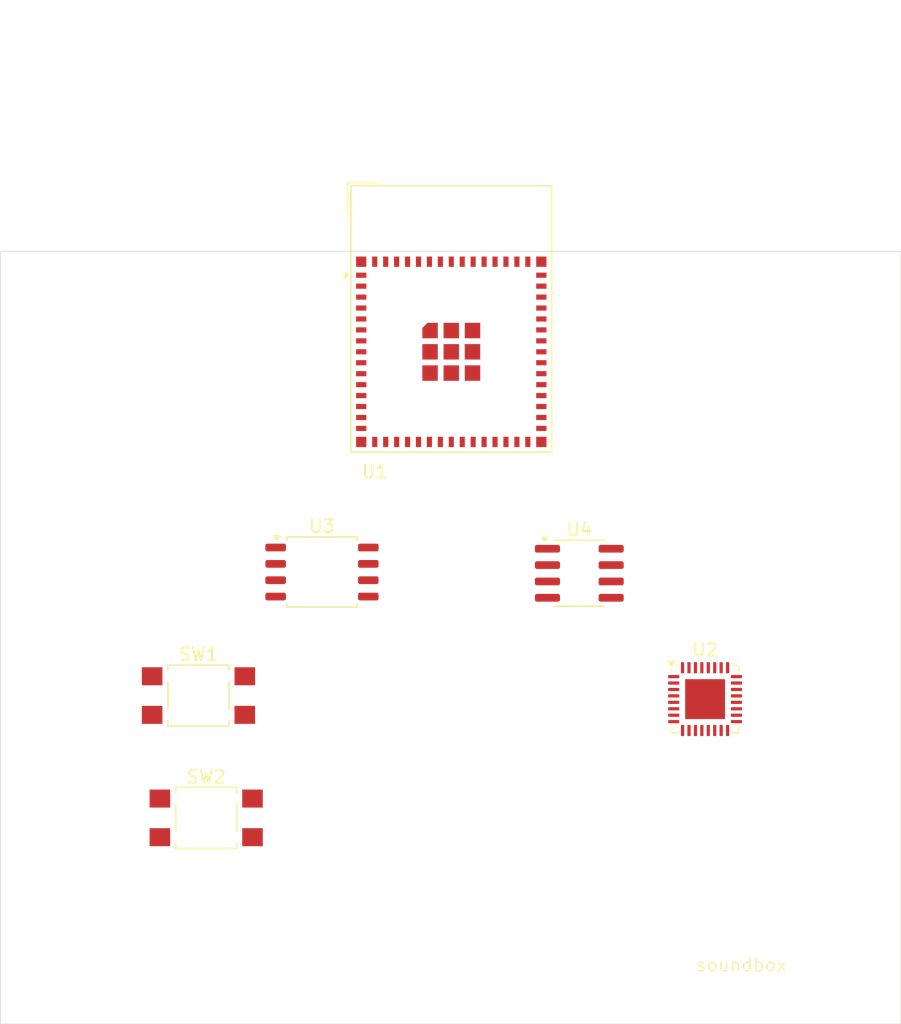
<source format=kicad_pcb>
(kicad_pcb (version 20240108) (generator "pcbnew") (generator_version "8.0")
  (title_block (title "soundbox"))
  (layers (0 "F.Cu" signal) (31 "B.Cu" signal) (34 "B.Paste" user) (35 "F.Paste" user) (36 "B.SilkS" user "B.Silkscreen") (37 "F.SilkS" user "F.Silkscreen") (38 "B.Mask" user) (39 "F.Mask" user) (44 "Edge.Cuts" user))
  (net 0 "")
  (net 5 "Net-(U1-GND-Pad1)")
  (net 48 "Net-(U2-PVDD-Pad21)")
  (net 52 "Net-(U2-PGND-Pad25)")
  (footprint "Button_Switch_SMD:SW_SPST_TL3305A" (layer "F.Cu") (at 126 114)
    (property "Reference" "SW2" (at 0 -3.2 0) (layer "F.SilkS"))
    (property "Value" "SW_Push")
    (fp_line (start -2.37 -2.37) (end -2.37 -1.97) (stroke (width 0.12)) (layer "F.SilkS"))
    (fp_line (start -2.37 -2.37) (end 2.37 -2.37) (stroke (width 0.12)) (layer "F.SilkS"))
    (fp_line (start -2.37 1.03) (end -2.37 -1.03) (stroke (width 0.12)) (layer "F.SilkS"))
    (fp_line (start -2.37 2.37) (end -2.37 1.97) (stroke (width 0.12)) (layer "F.SilkS"))
    (fp_line (start -2.37 2.37) (end 2.37 2.37) (stroke (width 0.12)) (layer "F.SilkS"))
    (fp_line (start 2.37 -2.37) (end 2.37 -1.97) (stroke (width 0.12)) (layer "F.SilkS"))
    (fp_line (start 2.37 1.03) (end 2.37 -1.03) (stroke (width 0.12)) (layer "F.SilkS"))
    (fp_line (start 2.37 2.37) (end 2.37 1.97) (stroke (width 0.12)) (layer "F.SilkS"))
    (pad "1" smd rect (at -3.6 -1.5) (size 1.6 1.4) (layers "F.Cu" "F.Paste" "F.Mask"))
    (pad "1" smd rect (at 3.6 -1.5) (size 1.6 1.4) (layers "F.Cu" "F.Paste" "F.Mask"))
    (pad "2" smd rect (at -3.6 1.5) (size 1.6 1.4) (layers "F.Cu" "F.Paste" "F.Mask"))
    (pad "2" smd rect (at 3.6 1.5) (size 1.6 1.4) (layers "F.Cu" "F.Paste" "F.Mask"))
  )
  (footprint "Package_SO:SOIC-8_3.9x4.9mm_P1.27mm" (layer "F.Cu") (at 155 95)
    (property "Reference" "U4" (at 0 -3.4 0) (layer "F.SilkS"))
    (property "Value" "25CSM04xxSN")
    (fp_line (start 0 -2.56) (end -1.95 -2.56) (stroke (width 0.12)) (layer "F.SilkS"))
    (fp_line (start 0 -2.56) (end 1.95 -2.56) (stroke (width 0.12)) (layer "F.SilkS"))
    (fp_line (start 0 2.56) (end -1.95 2.56) (stroke (width 0.12)) (layer "F.SilkS"))
    (fp_line (start 0 2.56) (end 1.95 2.56) (stroke (width 0.12)) (layer "F.SilkS"))
    (fp_poly (pts (xy -2.7 -2.465) (xy -2.94 -2.795) (xy -2.46 -2.795) (xy -2.7 -2.465)) (stroke (width 0.12)) (fill solid) (layer "F.SilkS"))
    (pad "1" smd roundrect (at -2.475 -1.905) (size 1.95 0.6) (layers "F.Cu" "F.Paste" "F.Mask"))
    (pad "2" smd roundrect (at -2.475 -0.635) (size 1.95 0.6) (layers "F.Cu" "F.Paste" "F.Mask"))
    (pad "3" smd roundrect (at -2.475 0.635) (size 1.95 0.6) (layers "F.Cu" "F.Paste" "F.Mask"))
    (pad "4" smd roundrect (at -2.475 1.905) (size 1.95 0.6) (layers "F.Cu" "F.Paste" "F.Mask"))
    (pad "5" smd roundrect (at 2.475 1.905) (size 1.95 0.6) (layers "F.Cu" "F.Paste" "F.Mask"))
    (pad "6" smd roundrect (at 2.475 0.635) (size 1.95 0.6) (layers "F.Cu" "F.Paste" "F.Mask"))
    (pad "7" smd roundrect (at 2.475 -0.635) (size 1.95 0.6) (layers "F.Cu" "F.Paste" "F.Mask"))
    (pad "8" smd roundrect (at 2.475 -1.905) (size 1.95 0.6) (layers "F.Cu" "F.Paste" "F.Mask"))
  )
  (footprint "RF_Module:ESP32-S2-MINI-1" (layer "F.Cu") (at 145.05 75.25)
    (property "Reference" "U1" (at -5.95 11.85 0) (layer "F.SilkS"))
    (property "Value" "ESP32-S3-MINI-1")
    (fp_line (start -8.075 -10.6) (end -8.075 -8.15) (stroke (width 0.12)) (layer "F.SilkS"))
    (fp_line (start -8.075 -10.6) (end -5.625 -10.6) (stroke (width 0.12)) (layer "F.SilkS"))
    (fp_line (start -7.8 -10.35) (end 7.8 -10.35) (stroke (width 0.12)) (layer "F.SilkS"))
    (fp_line (start -7.8 10.35) (end -7.8 -10.35) (stroke (width 0.12)) (layer "F.SilkS"))
    (fp_line (start 7.8 -10.35) (end 7.8 10.35) (stroke (width 0.12)) (layer "F.SilkS"))
    (fp_line (start 7.8 10.35) (end -7.8 10.35) (stroke (width 0.12)) (layer "F.SilkS"))
    (fp_poly (pts (xy -7.975 -3.4) (xy -8.311 -3.16) (xy -8.311 -3.64) (xy -7.975 -3.4)) (stroke (width 0.12)) (fill solid) (layer "F.SilkS"))
    (pad "1" smd rect (at -7 -3.4) (size 0.8 0.4) (layers "F.Cu" "F.Paste" "F.Mask") (net 5 "Net-(U1-GND-Pad1)"))
    (pad "2" smd rect (at -7 -2.55) (size 0.8 0.4) (layers "F.Cu" "F.Paste" "F.Mask") (net 5 "Net-(U1-GND-Pad1)"))
    (pad "3" smd rect (at -7 -1.7) (size 0.8 0.4) (layers "F.Cu" "F.Paste" "F.Mask"))
    (pad "4" smd rect (at -7 -0.85) (size 0.8 0.4) (layers "F.Cu" "F.Paste" "F.Mask"))
    (pad "5" smd rect (at -7 0) (size 0.8 0.4) (layers "F.Cu" "F.Paste" "F.Mask"))
    (pad "6" smd rect (at -7 0.85) (size 0.8 0.4) (layers "F.Cu" "F.Paste" "F.Mask"))
    (pad "7" smd rect (at -7 1.7) (size 0.8 0.4) (layers "F.Cu" "F.Paste" "F.Mask"))
    (pad "8" smd rect (at -7 2.55) (size 0.8 0.4) (layers "F.Cu" "F.Paste" "F.Mask"))
    (pad "9" smd rect (at -7 3.4) (size 0.8 0.4) (layers "F.Cu" "F.Paste" "F.Mask"))
    (pad "10" smd rect (at -7 4.25) (size 0.8 0.4) (layers "F.Cu" "F.Paste" "F.Mask"))
    (pad "11" smd rect (at -7 5.1) (size 0.8 0.4) (layers "F.Cu" "F.Paste" "F.Mask"))
    (pad "12" smd rect (at -7 5.95) (size 0.8 0.4) (layers "F.Cu" "F.Paste" "F.Mask"))
    (pad "13" smd rect (at -7 6.8) (size 0.8 0.4) (layers "F.Cu" "F.Paste" "F.Mask"))
    (pad "14" smd rect (at -7 7.65) (size 0.8 0.4) (layers "F.Cu" "F.Paste" "F.Mask"))
    (pad "15" smd rect (at -7 8.5) (size 0.8 0.4) (layers "F.Cu" "F.Paste" "F.Mask"))
    (pad "16" smd rect (at -5.95 9.55 90) (size 0.8 0.4) (layers "F.Cu" "F.Paste" "F.Mask"))
    (pad "17" smd rect (at -5.1 9.55 90) (size 0.8 0.4) (layers "F.Cu" "F.Paste" "F.Mask"))
    (pad "18" smd rect (at -4.25 9.55 90) (size 0.8 0.4) (layers "F.Cu" "F.Paste" "F.Mask"))
    (pad "19" smd rect (at -3.4 9.55 90) (size 0.8 0.4) (layers "F.Cu" "F.Paste" "F.Mask"))
    (pad "20" smd rect (at -2.55 9.55 90) (size 0.8 0.4) (layers "F.Cu" "F.Paste" "F.Mask"))
    (pad "21" smd rect (at -1.7 9.55 90) (size 0.8 0.4) (layers "F.Cu" "F.Paste" "F.Mask"))
    (pad "22" smd rect (at -0.85 9.55 90) (size 0.8 0.4) (layers "F.Cu" "F.Paste" "F.Mask"))
    (pad "23" smd rect (at 0 9.55 90) (size 0.8 0.4) (layers "F.Cu" "F.Paste" "F.Mask"))
    (pad "24" smd rect (at 0.85 9.55 90) (size 0.8 0.4) (layers "F.Cu" "F.Paste" "F.Mask"))
    (pad "25" smd rect (at 1.7 9.55 90) (size 0.8 0.4) (layers "F.Cu" "F.Paste" "F.Mask"))
    (pad "26" smd rect (at 2.55 9.55 90) (size 0.8 0.4) (layers "F.Cu" "F.Paste" "F.Mask"))
    (pad "27" smd rect (at 3.4 9.55 90) (size 0.8 0.4) (layers "F.Cu" "F.Paste" "F.Mask"))
    (pad "28" smd rect (at 4.25 9.55 90) (size 0.8 0.4) (layers "F.Cu" "F.Paste" "F.Mask"))
    (pad "29" smd rect (at 5.1 9.55 90) (size 0.8 0.4) (layers "F.Cu" "F.Paste" "F.Mask"))
    (pad "30" smd rect (at 5.95 9.55 90) (size 0.8 0.4) (layers "F.Cu" "F.Paste" "F.Mask"))
    (pad "31" smd rect (at 7 8.5) (size 0.8 0.4) (layers "F.Cu" "F.Paste" "F.Mask"))
    (pad "32" smd rect (at 7 7.65) (size 0.8 0.4) (layers "F.Cu" "F.Paste" "F.Mask"))
    (pad "33" smd rect (at 7 6.8) (size 0.8 0.4) (layers "F.Cu" "F.Paste" "F.Mask"))
    (pad "34" smd rect (at 7 5.95) (size 0.8 0.4) (layers "F.Cu" "F.Paste" "F.Mask"))
    (pad "35" smd rect (at 7 5.1) (size 0.8 0.4) (layers "F.Cu" "F.Paste" "F.Mask"))
    (pad "36" smd rect (at 7 4.25) (size 0.8 0.4) (layers "F.Cu" "F.Paste" "F.Mask"))
    (pad "37" smd rect (at 7 3.4) (size 0.8 0.4) (layers "F.Cu" "F.Paste" "F.Mask"))
    (pad "38" smd rect (at 7 2.55) (size 0.8 0.4) (layers "F.Cu" "F.Paste" "F.Mask"))
    (pad "39" smd rect (at 7 1.7) (size 0.8 0.4) (layers "F.Cu" "F.Paste" "F.Mask"))
    (pad "40" smd rect (at 7 0.85) (size 0.8 0.4) (layers "F.Cu" "F.Paste" "F.Mask"))
    (pad "41" smd rect (at 7 0) (size 0.8 0.4) (layers "F.Cu" "F.Paste" "F.Mask"))
    (pad "42" smd rect (at 7 -0.85) (size 0.8 0.4) (layers "F.Cu" "F.Paste" "F.Mask") (net 5 "Net-(U1-GND-Pad1)"))
    (pad "43" smd rect (at 7 -1.7) (size 0.8 0.4) (layers "F.Cu" "F.Paste" "F.Mask") (net 5 "Net-(U1-GND-Pad1)"))
    (pad "44" smd rect (at 7 -2.55) (size 0.8 0.4) (layers "F.Cu" "F.Paste" "F.Mask"))
    (pad "45" smd rect (at 7 -3.4) (size 0.8 0.4) (layers "F.Cu" "F.Paste" "F.Mask"))
    (pad "46" smd rect (at 5.95 -4.45 90) (size 0.8 0.4) (layers "F.Cu" "F.Paste" "F.Mask") (net 5 "Net-(U1-GND-Pad1)"))
    (pad "47" smd rect (at 5.1 -4.45 90) (size 0.8 0.4) (layers "F.Cu" "F.Paste" "F.Mask") (net 5 "Net-(U1-GND-Pad1)"))
    (pad "48" smd rect (at 4.25 -4.45 90) (size 0.8 0.4) (layers "F.Cu" "F.Paste" "F.Mask") (net 5 "Net-(U1-GND-Pad1)"))
    (pad "49" smd rect (at 3.4 -4.45 90) (size 0.8 0.4) (layers "F.Cu" "F.Paste" "F.Mask") (net 5 "Net-(U1-GND-Pad1)"))
    (pad "50" smd rect (at 2.55 -4.45 90) (size 0.8 0.4) (layers "F.Cu" "F.Paste" "F.Mask") (net 5 "Net-(U1-GND-Pad1)"))
    (pad "51" smd rect (at 1.7 -4.45 90) (size 0.8 0.4) (layers "F.Cu" "F.Paste" "F.Mask") (net 5 "Net-(U1-GND-Pad1)"))
    (pad "52" smd rect (at 0.85 -4.45 90) (size 0.8 0.4) (layers "F.Cu" "F.Paste" "F.Mask") (net 5 "Net-(U1-GND-Pad1)"))
    (pad "53" smd rect (at 0 -4.45 90) (size 0.8 0.4) (layers "F.Cu" "F.Paste" "F.Mask") (net 5 "Net-(U1-GND-Pad1)"))
    (pad "54" smd rect (at -0.85 -4.45 90) (size 0.8 0.4) (layers "F.Cu" "F.Paste" "F.Mask") (net 5 "Net-(U1-GND-Pad1)"))
    (pad "55" smd rect (at -1.7 -4.45 90) (size 0.8 0.4) (layers "F.Cu" "F.Paste" "F.Mask") (net 5 "Net-(U1-GND-Pad1)"))
    (pad "56" smd rect (at -2.55 -4.45 90) (size 0.8 0.4) (layers "F.Cu" "F.Paste" "F.Mask") (net 5 "Net-(U1-GND-Pad1)"))
    (pad "57" smd rect (at -3.4 -4.45 90) (size 0.8 0.4) (layers "F.Cu" "F.Paste" "F.Mask") (net 5 "Net-(U1-GND-Pad1)"))
    (pad "58" smd rect (at -4.25 -4.45 90) (size 0.8 0.4) (layers "F.Cu" "F.Paste" "F.Mask") (net 5 "Net-(U1-GND-Pad1)"))
    (pad "59" smd rect (at -5.1 -4.45 90) (size 0.8 0.4) (layers "F.Cu" "F.Paste" "F.Mask") (net 5 "Net-(U1-GND-Pad1)"))
    (pad "60" smd rect (at -5.95 -4.45 90) (size 0.8 0.4) (layers "F.Cu" "F.Paste" "F.Mask") (net 5 "Net-(U1-GND-Pad1)"))
    (pad "61" smd roundrect (at -1.65 0.9) (size 1.2 1.2) (layers "F.Cu" "F.Paste" "F.Mask") (roundrect_rratio 0) (chamfer_ratio 0.33) (chamfer top_left) (net 5 "Net-(U1-GND-Pad1)"))
    (pad "61" smd rect (at -1.65 2.55) (size 1.2 1.2) (layers "F.Cu" "F.Paste" "F.Mask") (net 5 "Net-(U1-GND-Pad1)"))
    (pad "61" smd rect (at -1.65 4.2) (size 1.2 1.2) (layers "F.Cu" "F.Paste" "F.Mask") (net 5 "Net-(U1-GND-Pad1)"))
    (pad "61" smd rect (at 0 0.9) (size 1.2 1.2) (layers "F.Cu" "F.Paste" "F.Mask") (net 5 "Net-(U1-GND-Pad1)"))
    (pad "61" smd rect (at 0 2.55) (size 1.2 1.2) (layers "F.Cu" "F.Paste" "F.Mask") (net 5 "Net-(U1-GND-Pad1)"))
    (pad "61" smd rect (at 0 4.2) (size 1.2 1.2) (layers "F.Cu" "F.Paste" "F.Mask") (net 5 "Net-(U1-GND-Pad1)"))
    (pad "61" smd rect (at 1.65 0.9) (size 1.2 1.2) (layers "F.Cu" "F.Paste" "F.Mask") (net 5 "Net-(U1-GND-Pad1)"))
    (pad "61" smd rect (at 1.65 2.55) (size 1.2 1.2) (layers "F.Cu" "F.Paste" "F.Mask") (net 5 "Net-(U1-GND-Pad1)"))
    (pad "61" smd rect (at 1.65 4.2) (size 1.2 1.2) (layers "F.Cu" "F.Paste" "F.Mask") (net 5 "Net-(U1-GND-Pad1)"))
    (pad "62" smd rect (at -7 -4.45) (size 0.8 0.8) (layers "F.Cu" "F.Paste" "F.Mask") (net 5 "Net-(U1-GND-Pad1)"))
    (pad "63" smd rect (at -7 9.55) (size 0.8 0.8) (layers "F.Cu" "F.Paste" "F.Mask") (net 5 "Net-(U1-GND-Pad1)"))
    (pad "64" smd rect (at 7 9.55) (size 0.8 0.8) (layers "F.Cu" "F.Paste" "F.Mask") (net 5 "Net-(U1-GND-Pad1)"))
    (pad "65" smd rect (at 7 -4.45) (size 0.8 0.8) (layers "F.Cu" "F.Paste" "F.Mask") (net 5 "Net-(U1-GND-Pad1)"))
  )
  (footprint "Button_Switch_SMD:SW_SPST_TL3305A" (layer "F.Cu") (at 125.4 104.5)
    (property "Reference" "SW1" (at 0 -3.2 0) (layer "F.SilkS"))
    (property "Value" "SW_Push")
    (fp_line (start -2.37 -2.37) (end -2.37 -1.97) (stroke (width 0.12)) (layer "F.SilkS"))
    (fp_line (start -2.37 -2.37) (end 2.37 -2.37) (stroke (width 0.12)) (layer "F.SilkS"))
    (fp_line (start -2.37 1.03) (end -2.37 -1.03) (stroke (width 0.12)) (layer "F.SilkS"))
    (fp_line (start -2.37 2.37) (end -2.37 1.97) (stroke (width 0.12)) (layer "F.SilkS"))
    (fp_line (start -2.37 2.37) (end 2.37 2.37) (stroke (width 0.12)) (layer "F.SilkS"))
    (fp_line (start 2.37 -2.37) (end 2.37 -1.97) (stroke (width 0.12)) (layer "F.SilkS"))
    (fp_line (start 2.37 1.03) (end 2.37 -1.03) (stroke (width 0.12)) (layer "F.SilkS"))
    (fp_line (start 2.37 2.37) (end 2.37 1.97) (stroke (width 0.12)) (layer "F.SilkS"))
    (pad "1" smd rect (at -3.6 -1.5) (size 1.6 1.4) (layers "F.Cu" "F.Paste" "F.Mask"))
    (pad "1" smd rect (at 3.6 -1.5) (size 1.6 1.4) (layers "F.Cu" "F.Paste" "F.Mask"))
    (pad "2" smd rect (at -3.6 1.5) (size 1.6 1.4) (layers "F.Cu" "F.Paste" "F.Mask"))
    (pad "2" smd rect (at 3.6 1.5) (size 1.6 1.4) (layers "F.Cu" "F.Paste" "F.Mask"))
  )
  (footprint "Package_DFN_QFN:VQFN-32-1EP_5x5mm_P0.5mm_EP3.1x3.1mm" (layer "F.Cu") (at 164.775 104.775)
    (property "Reference" "U2" (at 0 -3.83 0) (layer "F.SilkS"))
    (property "Value" "TAS5825MRHB")
    (fp_line (start -2.61 -2.135) (end -2.61 -2.37) (stroke (width 0.12)) (layer "F.SilkS"))
    (fp_line (start -2.61 2.61) (end -2.61 2.135) (stroke (width 0.12)) (layer "F.SilkS"))
    (fp_line (start -2.135 -2.61) (end -2.31 -2.61) (stroke (width 0.12)) (layer "F.SilkS"))
    (fp_line (start -2.135 2.61) (end -2.61 2.61) (stroke (width 0.12)) (layer "F.SilkS"))
    (fp_line (start 2.135 -2.61) (end 2.61 -2.61) (stroke (width 0.12)) (layer "F.SilkS"))
    (fp_line (start 2.135 2.61) (end 2.61 2.61) (stroke (width 0.12)) (layer "F.SilkS"))
    (fp_line (start 2.61 -2.61) (end 2.61 -2.135) (stroke (width 0.12)) (layer "F.SilkS"))
    (fp_line (start 2.61 2.61) (end 2.61 2.135) (stroke (width 0.12)) (layer "F.SilkS"))
    (fp_poly (pts (xy -2.61 -2.61) (xy -2.85 -2.94) (xy -2.37 -2.94) (xy -2.61 -2.61)) (stroke (width 0.12)) (fill solid) (layer "F.SilkS"))
    (pad "1" smd roundrect (at -2.4375 -1.75) (size 0.875 0.25) (layers "F.Cu" "F.Paste" "F.Mask"))
    (pad "2" smd roundrect (at -2.4375 -1.25) (size 0.875 0.25) (layers "F.Cu" "F.Paste" "F.Mask"))
    (pad "3" smd roundrect (at -2.4375 -0.75) (size 0.875 0.25) (layers "F.Cu" "F.Paste" "F.Mask") (net 48 "Net-(U2-PVDD-Pad21)"))
    (pad "4" smd roundrect (at -2.4375 -0.25) (size 0.875 0.25) (layers "F.Cu" "F.Paste" "F.Mask") (net 48 "Net-(U2-PVDD-Pad21)"))
    (pad "5" smd roundrect (at -2.4375 0.25) (size 0.875 0.25) (layers "F.Cu" "F.Paste" "F.Mask"))
    (pad "6" smd roundrect (at -2.4375 0.75) (size 0.875 0.25) (layers "F.Cu" "F.Paste" "F.Mask"))
    (pad "7" smd roundrect (at -2.4375 1.25) (size 0.875 0.25) (layers "F.Cu" "F.Paste" "F.Mask"))
    (pad "8" smd roundrect (at -2.4375 1.75) (size 0.875 0.25) (layers "F.Cu" "F.Paste" "F.Mask"))
    (pad "9" smd roundrect (at -1.75 2.4375) (size 0.25 0.875) (layers "F.Cu" "F.Paste" "F.Mask"))
    (pad "10" smd roundrect (at -1.25 2.4375) (size 0.25 0.875) (layers "F.Cu" "F.Paste" "F.Mask"))
    (pad "11" smd roundrect (at -0.75 2.4375) (size 0.25 0.875) (layers "F.Cu" "F.Paste" "F.Mask"))
    (pad "12" smd roundrect (at -0.25 2.4375) (size 0.25 0.875) (layers "F.Cu" "F.Paste" "F.Mask"))
    (pad "13" smd roundrect (at 0.25 2.4375) (size 0.25 0.875) (layers "F.Cu" "F.Paste" "F.Mask"))
    (pad "14" smd roundrect (at 0.75 2.4375) (size 0.25 0.875) (layers "F.Cu" "F.Paste" "F.Mask"))
    (pad "15" smd roundrect (at 1.25 2.4375) (size 0.25 0.875) (layers "F.Cu" "F.Paste" "F.Mask"))
    (pad "16" smd roundrect (at 1.75 2.4375) (size 0.25 0.875) (layers "F.Cu" "F.Paste" "F.Mask"))
    (pad "17" smd roundrect (at 2.4375 1.75) (size 0.875 0.25) (layers "F.Cu" "F.Paste" "F.Mask"))
    (pad "18" smd roundrect (at 2.4375 1.25) (size 0.875 0.25) (layers "F.Cu" "F.Paste" "F.Mask"))
    (pad "19" smd roundrect (at 2.4375 0.75) (size 0.875 0.25) (layers "F.Cu" "F.Paste" "F.Mask"))
    (pad "20" smd roundrect (at 2.4375 0.25) (size 0.875 0.25) (layers "F.Cu" "F.Paste" "F.Mask"))
    (pad "21" smd roundrect (at 2.4375 -0.25) (size 0.875 0.25) (layers "F.Cu" "F.Paste" "F.Mask") (net 48 "Net-(U2-PVDD-Pad21)"))
    (pad "22" smd roundrect (at 2.4375 -0.75) (size 0.875 0.25) (layers "F.Cu" "F.Paste" "F.Mask") (net 48 "Net-(U2-PVDD-Pad21)"))
    (pad "23" smd roundrect (at 2.4375 -1.25) (size 0.875 0.25) (layers "F.Cu" "F.Paste" "F.Mask"))
    (pad "24" smd roundrect (at 2.4375 -1.75) (size 0.875 0.25) (layers "F.Cu" "F.Paste" "F.Mask"))
    (pad "25" smd roundrect (at 1.75 -2.4375) (size 0.25 0.875) (layers "F.Cu" "F.Paste" "F.Mask") (net 52 "Net-(U2-PGND-Pad25)"))
    (pad "26" smd roundrect (at 1.25 -2.4375) (size 0.25 0.875) (layers "F.Cu" "F.Paste" "F.Mask") (net 52 "Net-(U2-PGND-Pad25)"))
    (pad "27" smd roundrect (at 0.75 -2.4375) (size 0.25 0.875) (layers "F.Cu" "F.Paste" "F.Mask"))
    (pad "28" smd roundrect (at 0.25 -2.4375) (size 0.25 0.875) (layers "F.Cu" "F.Paste" "F.Mask"))
    (pad "29" smd roundrect (at -0.25 -2.4375) (size 0.25 0.875) (layers "F.Cu" "F.Paste" "F.Mask"))
    (pad "30" smd roundrect (at -0.75 -2.4375) (size 0.25 0.875) (layers "F.Cu" "F.Paste" "F.Mask"))
    (pad "31" smd roundrect (at -1.25 -2.4375) (size 0.25 0.875) (layers "F.Cu" "F.Paste" "F.Mask") (net 52 "Net-(U2-PGND-Pad25)"))
    (pad "32" smd roundrect (at -1.75 -2.4375) (size 0.25 0.875) (layers "F.Cu" "F.Paste" "F.Mask") (net 52 "Net-(U2-PGND-Pad25)"))
    (pad "33" smd rect (at 0 0) (size 3.1 3.1) (property pad_prop_heatsink) (layers "F.Cu" "F.Mask"))
  )
  (footprint "Package_SO:SOIC-8_5.23x5.23mm_P1.27mm" (layer "F.Cu") (at 135 94.905)
    (property "Reference" "U3" (at 0 -3.56 0) (layer "F.SilkS"))
    (property "Value" "W25Q32JVSS")
    (fp_line (start -2.725 -2.725) (end -2.725 -2.465) (stroke (width 0.12)) (layer "F.SilkS"))
    (fp_line (start -2.725 2.725) (end -2.725 2.465) (stroke (width 0.12)) (layer "F.SilkS"))
    (fp_line (start 0 -2.725) (end -2.725 -2.725) (stroke (width 0.12)) (layer "F.SilkS"))
    (fp_line (start 0 -2.725) (end 2.725 -2.725) (stroke (width 0.12)) (layer "F.SilkS"))
    (fp_line (start 0 2.725) (end -2.725 2.725) (stroke (width 0.12)) (layer "F.SilkS"))
    (fp_line (start 0 2.725) (end 2.725 2.725) (stroke (width 0.12)) (layer "F.SilkS"))
    (fp_line (start 2.725 -2.725) (end 2.725 -2.465) (stroke (width 0.12)) (layer "F.SilkS"))
    (fp_line (start 2.725 2.725) (end 2.725 2.465) (stroke (width 0.12)) (layer "F.SilkS"))
    (fp_poly (pts (xy -3.5075 -2.465) (xy -3.7475 -2.795) (xy -3.2675 -2.795) (xy -3.5075 -2.465)) (stroke (width 0.12)) (fill solid) (layer "F.SilkS"))
    (pad "1" smd roundrect (at -3.6 -1.905) (size 1.6 0.6) (layers "F.Cu" "F.Paste" "F.Mask"))
    (pad "2" smd roundrect (at -3.6 -0.635) (size 1.6 0.6) (layers "F.Cu" "F.Paste" "F.Mask"))
    (pad "3" smd roundrect (at -3.6 0.635) (size 1.6 0.6) (layers "F.Cu" "F.Paste" "F.Mask"))
    (pad "4" smd roundrect (at -3.6 1.905) (size 1.6 0.6) (layers "F.Cu" "F.Paste" "F.Mask"))
    (pad "5" smd roundrect (at 3.6 1.905) (size 1.6 0.6) (layers "F.Cu" "F.Paste" "F.Mask"))
    (pad "6" smd roundrect (at 3.6 0.635) (size 1.6 0.6) (layers "F.Cu" "F.Paste" "F.Mask"))
    (pad "7" smd roundrect (at 3.6 -0.635) (size 1.6 0.6) (layers "F.Cu" "F.Paste" "F.Mask"))
    (pad "8" smd roundrect (at 3.6 -1.905) (size 1.6 0.6) (layers "F.Cu" "F.Paste" "F.Mask"))
  )
  (gr_rect (start 110 70) (end 180 130) (stroke (width 0.05)) (fill none) (layer "Edge.Cuts"))
  (gr_text "soundbox" (at 164 126 0) (layer "F.SilkS") (effects (font (size 1 1) (thickness 0.1)) (justify left bottom)))
)
</source>
